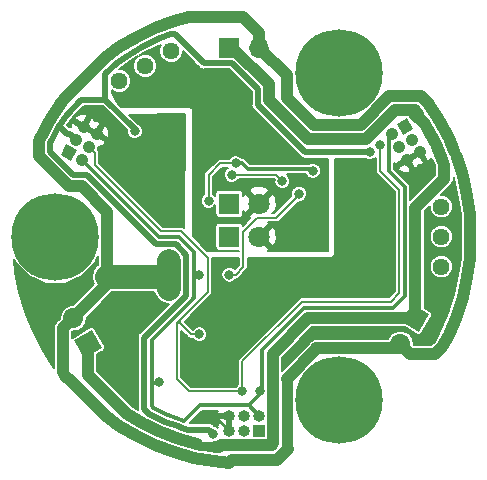
<source format=gtl>
G04 #@! TF.GenerationSoftware,KiCad,Pcbnew,(5.0.0)*
G04 #@! TF.CreationDate,2019-02-18T13:23:37-08:00*
G04 #@! TF.ProjectId,mlab100_Conn_PCB_1.6,6D6C61623130305F436F6E6E5F504342,rev?*
G04 #@! TF.SameCoordinates,Original*
G04 #@! TF.FileFunction,Copper,L1,Top,Signal*
G04 #@! TF.FilePolarity,Positive*
%FSLAX46Y46*%
G04 Gerber Fmt 4.6, Leading zero omitted, Abs format (unit mm)*
G04 Created by KiCad (PCBNEW (5.0.0)) date 02/18/19 13:23:37*
%MOMM*%
%LPD*%
G01*
G04 APERTURE LIST*
G04 #@! TA.AperFunction,ComponentPad*
%ADD10C,1.000000*%
G04 #@! TD*
G04 #@! TA.AperFunction,Conductor*
%ADD11C,1.000000*%
G04 #@! TD*
G04 #@! TA.AperFunction,Conductor*
%ADD12C,0.100000*%
G04 #@! TD*
G04 #@! TA.AperFunction,ComponentPad*
%ADD13C,1.440000*%
G04 #@! TD*
G04 #@! TA.AperFunction,ComponentPad*
%ADD14C,1.800000*%
G04 #@! TD*
G04 #@! TA.AperFunction,ComponentPad*
%ADD15R,1.800000X1.800000*%
G04 #@! TD*
G04 #@! TA.AperFunction,ComponentPad*
%ADD16O,1.000000X1.000000*%
G04 #@! TD*
G04 #@! TA.AperFunction,ComponentPad*
%ADD17R,1.000000X1.000000*%
G04 #@! TD*
G04 #@! TA.AperFunction,ComponentPad*
%ADD18C,1.700000*%
G04 #@! TD*
G04 #@! TA.AperFunction,Conductor*
%ADD19C,1.700000*%
G04 #@! TD*
G04 #@! TA.AperFunction,ComponentPad*
%ADD20R,1.700000X1.700000*%
G04 #@! TD*
G04 #@! TA.AperFunction,ComponentPad*
%ADD21O,1.700000X1.700000*%
G04 #@! TD*
G04 #@! TA.AperFunction,ComponentPad*
%ADD22C,7.400000*%
G04 #@! TD*
G04 #@! TA.AperFunction,ViaPad*
%ADD23C,0.800000*%
G04 #@! TD*
G04 #@! TA.AperFunction,Conductor*
%ADD24C,0.350000*%
G04 #@! TD*
G04 #@! TA.AperFunction,Conductor*
%ADD25C,0.200000*%
G04 #@! TD*
G04 #@! TA.AperFunction,Conductor*
%ADD26C,0.750000*%
G04 #@! TD*
G04 #@! TA.AperFunction,Conductor*
%ADD27C,2.000000*%
G04 #@! TD*
G04 #@! TA.AperFunction,Conductor*
%ADD28C,0.900000*%
G04 #@! TD*
G04 #@! TA.AperFunction,Conductor*
%ADD29C,0.500000*%
G04 #@! TD*
G04 #@! TA.AperFunction,Conductor*
%ADD30C,0.250000*%
G04 #@! TD*
G04 #@! TA.AperFunction,Conductor*
%ADD31C,0.150000*%
G04 #@! TD*
G04 APERTURE END LIST*
D10*
G04 #@! TO.P,J10,6*
G04 #@! TO.N,GND_O*
X33870148Y-14244705D03*
D11*
G04 #@! TD*
G04 #@! TO.N,GND_O*
G04 #@! TO.C,J10*
X33870148Y-14244705D02*
X33870148Y-14244705D01*
D10*
G04 #@! TO.P,J10,5*
G04 #@! TO.N,GND_O*
X34970000Y-13609705D03*
D11*
G04 #@! TD*
G04 #@! TO.N,GND_O*
G04 #@! TO.C,J10*
X34970000Y-13609705D02*
X34970000Y-13609705D01*
D10*
G04 #@! TO.P,J10,4*
G04 #@! TO.N,Temp1wDaisy*
X33235148Y-13144852D03*
D11*
G04 #@! TD*
G04 #@! TO.N,Temp1wDaisy*
G04 #@! TO.C,J10*
X33235148Y-13144852D02*
X33235148Y-13144852D01*
D10*
G04 #@! TO.P,J10,3*
G04 #@! TO.N,LED470nm*
X34335000Y-12509852D03*
D11*
G04 #@! TD*
G04 #@! TO.N,LED470nm*
G04 #@! TO.C,J10*
X34335000Y-12509852D02*
X34335000Y-12509852D01*
D10*
G04 #@! TO.P,J10,2*
G04 #@! TO.N,3V3_O*
X32600148Y-12045000D03*
D11*
G04 #@! TD*
G04 #@! TO.N,3V3_O*
G04 #@! TO.C,J10*
X32600148Y-12045000D02*
X32600148Y-12045000D01*
D10*
G04 #@! TO.P,J10,1*
G04 #@! TO.N,12V_O*
X33700000Y-11410000D03*
D12*
G04 #@! TD*
G04 #@! TO.N,12V_O*
G04 #@! TO.C,J10*
G36*
X33883013Y-10726987D02*
X34383013Y-11593013D01*
X33516987Y-12093013D01*
X33016987Y-11226987D01*
X33883013Y-10726987D01*
X33883013Y-10726987D01*
G37*
D13*
G04 #@! TO.P,RV1,3*
G04 #@! TO.N,Net-(R10-Pad1)*
X36780000Y-23270000D03*
G04 #@! TO.P,RV1,2*
X36780000Y-20730000D03*
G04 #@! TO.P,RV1,1*
G04 #@! TO.N,/AnalogConnPCB/sheet5C67EBE6/Aout*
X36780000Y-18190000D03*
G04 #@! TD*
G04 #@! TO.P,RV2,1*
G04 #@! TO.N,/AnalogConnPCB/sheet5C67EBE6/Bout*
X9510000Y-7560000D03*
G04 #@! TO.P,RV2,2*
G04 #@! TO.N,Net-(R11-Pad1)*
X11709705Y-6290000D03*
G04 #@! TO.P,RV2,3*
X13909409Y-5020000D03*
G04 #@! TD*
D14*
G04 #@! TO.P,D13,2*
G04 #@! TO.N,GNDA*
X21370000Y-20730000D03*
D15*
G04 #@! TO.P,D13,1*
G04 #@! TO.N,/AnalogConnPCB/sheet5C67EBE6/A+*
X18830000Y-20730000D03*
G04 #@! TD*
D14*
G04 #@! TO.P,D14,2*
G04 #@! TO.N,GNDA*
X21370000Y-17936000D03*
D15*
G04 #@! TO.P,D14,1*
G04 #@! TO.N,/AnalogConnPCB/sheet5C67EBE6/B+*
X18830000Y-17936000D03*
G04 #@! TD*
D16*
G04 #@! TO.P,J8,6*
G04 #@! TO.N,GND_O*
X18830000Y-35890000D03*
G04 #@! TO.P,J8,5*
X18830000Y-37160000D03*
G04 #@! TO.P,J8,4*
G04 #@! TO.N,Temp1wDaisy*
X20100000Y-35890000D03*
G04 #@! TO.P,J8,3*
G04 #@! TO.N,LED470nm*
X20100000Y-37160000D03*
G04 #@! TO.P,J8,2*
G04 #@! TO.N,3V3_O*
X21370000Y-35890000D03*
D17*
G04 #@! TO.P,J8,1*
G04 #@! TO.N,12V_O*
X21370000Y-37160000D03*
G04 #@! TD*
D10*
G04 #@! TO.P,J9,1*
G04 #@! TO.N,12V_O*
X5230000Y-13610000D03*
D12*
G04 #@! TD*
G04 #@! TO.N,12V_O*
G04 #@! TO.C,J9*
G36*
X4546987Y-13793013D02*
X5046987Y-12926987D01*
X5913013Y-13426987D01*
X5413013Y-14293013D01*
X4546987Y-13793013D01*
X4546987Y-13793013D01*
G37*
D10*
G04 #@! TO.P,J9,2*
G04 #@! TO.N,3V3_O*
X6329852Y-14245000D03*
D11*
G04 #@! TD*
G04 #@! TO.N,3V3_O*
G04 #@! TO.C,J9*
X6329852Y-14245000D02*
X6329852Y-14245000D01*
D10*
G04 #@! TO.P,J9,3*
G04 #@! TO.N,LED470nm*
X5865000Y-12510148D03*
D11*
G04 #@! TD*
G04 #@! TO.N,LED470nm*
G04 #@! TO.C,J9*
X5865000Y-12510148D02*
X5865000Y-12510148D01*
D10*
G04 #@! TO.P,J9,4*
G04 #@! TO.N,Temp1wDaisy*
X6964852Y-13145148D03*
D11*
G04 #@! TD*
G04 #@! TO.N,Temp1wDaisy*
G04 #@! TO.C,J9*
X6964852Y-13145148D02*
X6964852Y-13145148D01*
D10*
G04 #@! TO.P,J9,5*
G04 #@! TO.N,GND_O*
X6500000Y-11410295D03*
D11*
G04 #@! TD*
G04 #@! TO.N,GND_O*
G04 #@! TO.C,J9*
X6500000Y-11410295D02*
X6500000Y-11410295D01*
D10*
G04 #@! TO.P,J9,6*
G04 #@! TO.N,GND_O*
X7599852Y-12045295D03*
D11*
G04 #@! TD*
G04 #@! TO.N,GND_O*
G04 #@! TO.C,J9*
X7599852Y-12045295D02*
X7599852Y-12045295D01*
D18*
G04 #@! TO.P,J11,2*
G04 #@! TO.N,12V_O*
X5610000Y-27630295D03*
D19*
G04 #@! TD*
G04 #@! TO.N,12V_O*
G04 #@! TO.C,J11*
X5610000Y-27630295D02*
X5610000Y-27630295D01*
D18*
G04 #@! TO.P,J11,1*
G04 #@! TO.N,Heater-*
X6880000Y-29830000D03*
D12*
G04 #@! TD*
G04 #@! TO.N,Heater-*
G04 #@! TO.C,J11*
G36*
X7191122Y-28668878D02*
X8041122Y-30141122D01*
X6568878Y-30991122D01*
X5718878Y-29518878D01*
X7191122Y-28668878D01*
X7191122Y-28668878D01*
G37*
D18*
G04 #@! TO.P,J12,2*
G04 #@! TO.N,12V_O*
X33320000Y-29829705D03*
D19*
G04 #@! TD*
G04 #@! TO.N,12V_O*
G04 #@! TO.C,J12*
X33320000Y-29829705D02*
X33320000Y-29829705D01*
D18*
G04 #@! TO.P,J12,1*
G04 #@! TO.N,Heater-*
X34590000Y-27630000D03*
D12*
G04 #@! TD*
G04 #@! TO.N,Heater-*
G04 #@! TO.C,J12*
G36*
X33428878Y-27941122D02*
X34278878Y-26468878D01*
X35751122Y-27318878D01*
X34901122Y-28791122D01*
X33428878Y-27941122D01*
X33428878Y-27941122D01*
G37*
D20*
G04 #@! TO.P,J13,1*
G04 #@! TO.N,Heater-*
X18830000Y-4730000D03*
D21*
G04 #@! TO.P,J13,2*
G04 #@! TO.N,12V_O*
X21370000Y-4730000D03*
G04 #@! TD*
D22*
G04 #@! TO.P,MH8,1*
G04 #@! TO.N,N/C*
X28100000Y-34590000D03*
G04 #@! TD*
G04 #@! TO.P,MH9,1*
G04 #@! TO.N,N/C*
X4100000Y-20730000D03*
G04 #@! TD*
G04 #@! TO.P,MH10,1*
G04 #@! TO.N,N/C*
X28100000Y-6870000D03*
G04 #@! TD*
D23*
G04 #@! TO.N,GND_O*
X16970000Y-32990000D03*
G04 #@! TO.N,GNDA*
X15300000Y-6230000D03*
X10700000Y-9230000D03*
X17920000Y-16210000D03*
X25110000Y-19890000D03*
X16840000Y-21180000D03*
X19950000Y-11360000D03*
X16690000Y-12290000D03*
X25100000Y-18670000D03*
X19610000Y-9810000D03*
X19730815Y-8132912D03*
X23310000Y-12920000D03*
X25626073Y-16131762D03*
X16890000Y-19450000D03*
G04 #@! TO.N,+3.3VA*
X19360000Y-14530000D03*
X25900000Y-15170000D03*
X17080000Y-17710000D03*
G04 #@! TO.N,12V_O*
X13700000Y-25130000D03*
X13700000Y-22830000D03*
X13750000Y-23955000D03*
X8500001Y-24740294D03*
X33690000Y-8820000D03*
X2699999Y-13925955D03*
X23610000Y-38877072D03*
X12000000Y-38117273D03*
G04 #@! TO.N,GND_O*
X12490000Y-26660000D03*
X18950000Y-26480000D03*
X14200000Y-17600000D03*
X8480000Y-14350000D03*
X30750000Y-18070000D03*
X32230000Y-19270000D03*
X29550000Y-19310000D03*
X28400000Y-14690000D03*
X8190000Y-27500000D03*
X6630000Y-24680000D03*
X3570000Y-29560000D03*
X2370000Y-25870000D03*
X13180000Y-19070000D03*
X11710000Y-17550000D03*
X35880000Y-29140000D03*
X35760000Y-19420000D03*
X34770000Y-16070000D03*
X35880000Y-15330000D03*
X28200000Y-28850000D03*
X10307544Y-33089836D03*
X24872925Y-29834710D03*
X23820000Y-26360000D03*
X25190000Y-22880000D03*
X17020000Y-36030000D03*
X15100000Y-30100000D03*
X18490000Y-31520000D03*
G04 #@! TO.N,/AnalogConnPCB/3V3ACtrl*
X18830000Y-23955000D03*
X24738000Y-17104000D03*
G04 #@! TO.N,Temp1wDaisy*
X19940000Y-33810000D03*
X31585137Y-12940000D03*
X16290000Y-29005000D03*
G04 #@! TO.N,3V3_O*
X16290000Y-23955000D03*
X21440000Y-33810000D03*
X12850000Y-33000000D03*
G04 #@! TO.N,LED470nm*
X10825000Y-11805000D03*
X30732995Y-13603334D03*
X17434217Y-37450011D03*
G04 #@! TO.N,/AnalogConnPCB/SPI_CS_ADC*
X23330000Y-16040000D03*
X19039024Y-15505054D03*
G04 #@! TD*
D24*
G04 #@! TO.N,+3.3VA*
X19925685Y-14530000D02*
X20405685Y-15010000D01*
X19360000Y-14530000D02*
X19925685Y-14530000D01*
X25740000Y-15010000D02*
X25900000Y-15170000D01*
X20405685Y-15010000D02*
X25740000Y-15010000D01*
D25*
X18060000Y-14530000D02*
X19360000Y-14530000D01*
X17080000Y-17710000D02*
X17080000Y-15510000D01*
X17080000Y-15510000D02*
X18060000Y-14530000D01*
D11*
G04 #@! TO.N,Heater-*
X34815238Y-10385238D02*
X34456977Y-10026977D01*
X34496977Y-10026977D02*
X34737559Y-10267559D01*
X34456977Y-10026977D02*
X34496977Y-10026977D01*
X34526977Y-10026977D02*
X34679299Y-10179299D01*
X34496977Y-10026977D02*
X34526977Y-10026977D01*
X36950329Y-14405986D02*
X37040000Y-14681965D01*
X34496977Y-10026977D02*
X34496977Y-10350987D01*
X34496977Y-10350987D02*
X35366781Y-11220791D01*
X35366781Y-11220791D02*
X35550336Y-11498865D01*
X35550336Y-11498865D02*
X36315610Y-12920982D01*
X22190011Y-7844013D02*
X19075998Y-4730000D01*
X22190011Y-9169083D02*
X22190011Y-7844013D01*
X19075998Y-4730000D02*
X18830000Y-4730000D01*
X25490940Y-12470012D02*
X22190011Y-9169083D01*
X30437058Y-12470012D02*
X25490940Y-12470012D01*
X32880093Y-10026977D02*
X30437058Y-12470012D01*
X34456977Y-10026977D02*
X32880093Y-10026977D01*
X36315610Y-12920982D02*
X36950329Y-14405986D01*
X37040000Y-15828398D02*
X37040000Y-14681965D01*
X34590000Y-18278398D02*
X37040000Y-15828398D01*
X34590000Y-27630000D02*
X34590000Y-18278398D01*
X6880000Y-30911495D02*
X6880000Y-29830000D01*
X25521996Y-27630000D02*
X22499991Y-30652005D01*
X22499991Y-30652005D02*
X22499991Y-33257061D01*
X22499991Y-33257061D02*
X22570002Y-33327072D01*
X11571333Y-36578929D02*
X10184975Y-35750619D01*
X34590000Y-27630000D02*
X25521996Y-27630000D01*
X16095059Y-38276713D02*
X14538333Y-37847084D01*
X22570002Y-33327072D02*
X22570002Y-38220000D01*
X13026345Y-37279626D02*
X11571333Y-36578929D01*
X6880000Y-32445644D02*
X6880000Y-30911495D01*
X10184975Y-35750619D02*
X6880000Y-32445644D01*
X22570002Y-38220000D02*
X22409990Y-38380012D01*
X14538333Y-37847084D02*
X13026345Y-37279626D01*
X17962218Y-38550012D02*
X17601079Y-38550012D01*
X18152229Y-38360001D02*
X17962218Y-38550012D01*
X22430001Y-38360001D02*
X18152229Y-38360001D01*
D26*
X16243060Y-38424714D02*
X17601079Y-38550012D01*
X16095059Y-38276713D02*
X16243060Y-38424714D01*
X17601079Y-38550012D02*
X17152110Y-38424714D01*
X17152110Y-38424714D02*
X17307396Y-38580000D01*
D11*
X22570002Y-38220000D02*
X22430001Y-38360001D01*
G04 #@! TO.N,12V_O*
X19972081Y-2130000D02*
X21370000Y-3527919D01*
X14167139Y-2470487D02*
X15400868Y-2130000D01*
X11002106Y-3823286D02*
X12554247Y-3075815D01*
X9523234Y-4706870D02*
X11002106Y-3823286D01*
X5610000Y-27630295D02*
X8500001Y-24740294D01*
X21370000Y-3527919D02*
X21370000Y-4730000D01*
X15400868Y-2130000D02*
X19972081Y-2130000D01*
X12554247Y-3075815D02*
X14167139Y-2470487D01*
X36848042Y-30081958D02*
X36400000Y-30530000D01*
X36250296Y-30679704D02*
X36848042Y-30081958D01*
X34169999Y-30679704D02*
X36250296Y-30679704D01*
X33320000Y-29829705D02*
X34169999Y-30679704D01*
X8500001Y-24740294D02*
X8500001Y-24130000D01*
D27*
X13700000Y-22830000D02*
X13700000Y-25130000D01*
D11*
X9522852Y-4707148D02*
X8425787Y-5504212D01*
X8425787Y-5504212D02*
X9523234Y-4706870D01*
X38607300Y-15622307D02*
X38990647Y-17301865D01*
X39200000Y-22612624D02*
X38990646Y-24158135D01*
X39200000Y-18847377D02*
X39200000Y-22612624D01*
X38074946Y-27476108D02*
X37397869Y-29060207D01*
X38990646Y-24158135D02*
X38607299Y-25837694D01*
X37397869Y-29060207D02*
X36848042Y-30081958D01*
X38074947Y-13983893D02*
X38607300Y-15622307D01*
X38607299Y-25837694D02*
X38074946Y-27476108D01*
X38990647Y-17301865D02*
X39200000Y-18847377D01*
X35040000Y-8820000D02*
X35504344Y-9284344D01*
X21370000Y-4730000D02*
X23699999Y-7059999D01*
X35504344Y-9284344D02*
X35632469Y-9445008D01*
X35632469Y-9445008D02*
X36581519Y-10882758D01*
X37857709Y-13475641D02*
X37860000Y-13481001D01*
X36581519Y-10882758D02*
X37397870Y-12399793D01*
X23699999Y-7059999D02*
X23699999Y-8982001D01*
X32390000Y-8820000D02*
X35040000Y-8820000D01*
X29939999Y-11270001D02*
X32390000Y-8820000D01*
X25987999Y-11270001D02*
X29939999Y-11270001D01*
X37397870Y-12399793D02*
X37857709Y-13475641D01*
X23699999Y-8982001D02*
X25987999Y-11270001D01*
X33320000Y-29829705D02*
X32959706Y-30189999D01*
X32959706Y-30189999D02*
X26197071Y-30189999D01*
X23610000Y-38877072D02*
X23770011Y-38717061D01*
X23610000Y-38900000D02*
X23610000Y-38877072D01*
X26197071Y-30189999D02*
X26197071Y-30262929D01*
X26197071Y-30262929D02*
X23700000Y-32760000D01*
D26*
X23700000Y-38810000D02*
X23610000Y-38900000D01*
D11*
X2874572Y-12265174D02*
X3618482Y-10882757D01*
X4567531Y-9445008D02*
X4892542Y-9037457D01*
X4892542Y-9037457D02*
X8425787Y-5504212D01*
X3618482Y-10882757D02*
X4567531Y-9445008D01*
X2802132Y-12399791D02*
X2874572Y-12265174D01*
X2699999Y-13925955D02*
X2699999Y-12638741D01*
X2699999Y-12638741D02*
X2802132Y-12399791D01*
D27*
X13750000Y-23955000D02*
X13575000Y-24130000D01*
X13575000Y-24130000D02*
X11075000Y-24130000D01*
X11075000Y-24130000D02*
X8500001Y-24130000D01*
D28*
X23700000Y-32760000D02*
X23720012Y-32780012D01*
X23720012Y-32780012D02*
X23720012Y-38789988D01*
X23720012Y-38789988D02*
X23700000Y-38810000D01*
D11*
X5244055Y-16470011D02*
X2699999Y-13925955D01*
X8500001Y-18617999D02*
X6352013Y-16470011D01*
X8500001Y-24130000D02*
X8500001Y-18617999D01*
X6352013Y-16470011D02*
X5244055Y-16470011D01*
X18792734Y-39869719D02*
X17522885Y-39755431D01*
X23610000Y-38900000D02*
X22880000Y-39630000D01*
X22880000Y-39630000D02*
X19032453Y-39630000D01*
X5460008Y-32990011D02*
X5442940Y-32990011D01*
X5442940Y-32990011D02*
X4959757Y-32506828D01*
X17522885Y-39755431D02*
X16308889Y-39535125D01*
X4959757Y-32506828D02*
X4739989Y-32231247D01*
X4739989Y-32231247D02*
X4739989Y-28500306D01*
X11002105Y-37636713D02*
X9523233Y-36753128D01*
X4760001Y-28480294D02*
X5610000Y-27630295D01*
X4739989Y-28500306D02*
X4760001Y-28480294D01*
X8425780Y-35955783D02*
X5460008Y-32990011D01*
X16308889Y-39535125D02*
X16308884Y-39535127D01*
X14167137Y-38989512D02*
X12554245Y-38384184D01*
X15827773Y-39447818D02*
X14167137Y-38989512D01*
X16308884Y-39535127D02*
X15827773Y-39447818D01*
X19032453Y-39630000D02*
X18792734Y-39869719D01*
X9523233Y-36753128D02*
X8425780Y-35955783D01*
X12554245Y-38384184D02*
X12000000Y-38117273D01*
X12000000Y-38117273D02*
X11002105Y-37636713D01*
D29*
G04 #@! TO.N,GND_O*
X28200000Y-28850000D02*
X25857635Y-28850000D01*
X25857635Y-28850000D02*
X25272924Y-29434711D01*
X25272924Y-29434711D02*
X24872925Y-29834710D01*
D30*
X17700000Y-36030000D02*
X17020000Y-36030000D01*
X18830000Y-37160000D02*
X17700000Y-36030000D01*
D25*
G04 #@! TO.N,/AnalogConnPCB/3V3ACtrl*
X19360000Y-23955000D02*
X18830000Y-23955000D01*
X24738000Y-17204000D02*
X24738000Y-17104000D01*
X22805999Y-19136001D02*
X24738000Y-17204000D01*
X21193999Y-19136001D02*
X22805999Y-19136001D01*
X20030001Y-20299999D02*
X21193999Y-19136001D01*
X20030001Y-23284999D02*
X20030001Y-20299999D01*
X19360000Y-23955000D02*
X20030001Y-23284999D01*
G04 #@! TO.N,Temp1wDaisy*
X16250030Y-26186255D02*
X15605651Y-26830632D01*
X16250030Y-26179970D02*
X16250030Y-26186255D01*
X7464851Y-13645147D02*
X7464851Y-14659191D01*
X7464851Y-14659191D02*
X13085630Y-20279970D01*
X17020000Y-25410000D02*
X16250030Y-26179970D01*
X13085630Y-20279970D02*
X14756255Y-20279970D01*
X6964852Y-13145148D02*
X7464851Y-13645147D01*
X14756255Y-20279970D02*
X17020000Y-22543715D01*
X17020000Y-22543715D02*
X17020000Y-25410000D01*
X14635000Y-28050000D02*
X14386283Y-28050000D01*
X15590000Y-29005000D02*
X14635000Y-28050000D01*
X16290000Y-29005000D02*
X15590000Y-29005000D01*
X14635000Y-27801283D02*
X14706283Y-27730000D01*
X14635000Y-28050000D02*
X14635000Y-27801283D01*
X15605651Y-26830632D02*
X14706283Y-27730000D01*
X14706283Y-27730000D02*
X14386283Y-28050000D01*
X31585137Y-15135137D02*
X31585137Y-13505685D01*
X31585137Y-13505685D02*
X31585137Y-12940000D01*
X19940000Y-33810000D02*
X19940000Y-31302778D01*
X33230000Y-16780000D02*
X31585137Y-15135137D01*
X33230000Y-25530000D02*
X33230000Y-16780000D01*
X24982778Y-26260000D02*
X32500000Y-26260000D01*
X19940000Y-31302778D02*
X24982778Y-26260000D01*
X32500000Y-26260000D02*
X33230000Y-25530000D01*
X14386283Y-28050000D02*
X14386283Y-32764845D01*
X14386283Y-32764845D02*
X15431438Y-33810000D01*
X19490000Y-33810000D02*
X19940000Y-33810000D01*
X15431438Y-33810000D02*
X19490000Y-33810000D01*
D24*
G04 #@! TO.N,3V3_O*
X14559500Y-20754980D02*
X12888876Y-20754980D01*
X15825018Y-22020498D02*
X14559500Y-20754980D01*
X15825018Y-23955000D02*
X15825018Y-22020498D01*
X6829851Y-14744999D02*
X6329852Y-14245000D01*
X6878895Y-14744999D02*
X6829851Y-14744999D01*
X12888876Y-20754980D02*
X6878895Y-14744999D01*
X16290000Y-23955000D02*
X15825018Y-23955000D01*
X15025537Y-36347644D02*
X16358182Y-35014999D01*
X13645994Y-35829894D02*
X15025537Y-36347644D01*
X12388829Y-35224476D02*
X13645994Y-35829894D01*
X12270000Y-35105647D02*
X12388829Y-35224476D01*
X15825018Y-25914982D02*
X15775020Y-25964980D01*
X15825018Y-23955000D02*
X15825018Y-25914982D01*
X16358182Y-35014999D02*
X20494999Y-35014999D01*
X15775020Y-25964980D02*
X15775020Y-25989500D01*
X15775020Y-25989500D02*
X15408896Y-26355623D01*
X20494999Y-35014999D02*
X21370000Y-35890000D01*
X15408896Y-26355623D02*
X12270000Y-29494519D01*
X12270000Y-29494519D02*
X12270000Y-35105647D01*
X21620000Y-33889998D02*
X21620000Y-30294544D01*
X25174544Y-26740000D02*
X32720000Y-26740000D01*
X32720000Y-26740000D02*
X33710000Y-25750000D01*
X33710000Y-25750000D02*
X33710000Y-16560000D01*
X33710000Y-16560000D02*
X32360147Y-15210147D01*
X32360147Y-15210147D02*
X32360147Y-12285001D01*
X32360147Y-12285001D02*
X32600148Y-12045000D01*
X21620000Y-30294544D02*
X25174544Y-26740000D01*
X21440000Y-34069998D02*
X21210000Y-34299998D01*
X21440000Y-33810000D02*
X21440000Y-34069998D01*
X20494999Y-35014999D02*
X21210000Y-34299998D01*
X21210000Y-34299998D02*
X21620000Y-33889998D01*
D25*
X12450000Y-33210000D02*
X12270000Y-33390000D01*
X12450000Y-33000000D02*
X12450000Y-33210000D01*
X12450000Y-33000000D02*
X12850000Y-33000000D01*
D29*
G04 #@! TO.N,LED470nm*
X10825000Y-11655000D02*
X8339999Y-9169999D01*
X10825000Y-11805000D02*
X10825000Y-11655000D01*
X6310001Y-9169999D02*
X5066657Y-10413343D01*
X8339999Y-9169999D02*
X6310001Y-9169999D01*
X5066657Y-10413343D02*
X4434833Y-11370517D01*
X5074465Y-12010149D02*
X4434833Y-11370517D01*
X5365001Y-12010149D02*
X5074465Y-12010149D01*
X5865000Y-12510148D02*
X5365001Y-12010149D01*
X8339999Y-9169999D02*
X8339999Y-6998399D01*
X9281945Y-6056453D02*
X10047117Y-5500523D01*
X25263334Y-13603334D02*
X30167310Y-13603334D01*
X21240000Y-8237520D02*
X21240000Y-9580000D01*
X14221011Y-3600000D02*
X16671011Y-6050000D01*
X21240000Y-9580000D02*
X25263334Y-13603334D01*
X13861255Y-3600000D02*
X14221011Y-3600000D01*
X19052480Y-6050000D02*
X21240000Y-8237520D01*
X30167310Y-13603334D02*
X30732995Y-13603334D01*
X8339999Y-6998399D02*
X9281945Y-6056453D01*
X10047117Y-5500523D02*
X11452744Y-4660701D01*
X11452744Y-4660701D02*
X12928001Y-3950255D01*
X12928001Y-3950255D02*
X13861255Y-3600000D01*
X16671011Y-6050000D02*
X19052480Y-6050000D01*
X14832198Y-36942660D02*
X14470000Y-36806725D01*
X17550000Y-37470000D02*
X17150001Y-37070001D01*
X13400100Y-36405186D02*
X14470000Y-36806725D01*
X15293605Y-37070001D02*
X14832198Y-36942660D01*
X17150001Y-37070001D02*
X15293605Y-37070001D01*
X12021971Y-35741514D02*
X13400100Y-36405186D01*
X5637563Y-15520001D02*
X6745520Y-15520001D01*
X3658926Y-12812395D02*
X3650010Y-12833254D01*
X4434833Y-11370517D02*
X3658926Y-12812395D01*
X15150010Y-24605612D02*
X15150010Y-25730613D01*
X3650010Y-12833254D02*
X3650010Y-13532448D01*
X15150010Y-25730613D02*
X11599999Y-29280624D01*
X12629990Y-21379990D02*
X14300613Y-21379990D01*
X9474492Y-18224492D02*
X12629990Y-21379990D01*
X11599999Y-35319542D02*
X12021971Y-35741514D01*
X9450011Y-18224492D02*
X9474492Y-18224492D01*
X3650010Y-13532448D02*
X5637563Y-15520001D01*
X15200008Y-22279385D02*
X15200008Y-24555614D01*
X6745520Y-15520001D02*
X9450011Y-18224492D01*
X11599999Y-29280624D02*
X11599999Y-35319542D01*
X14300613Y-21379990D02*
X15200008Y-22279385D01*
X15200008Y-24555614D02*
X15150010Y-24605612D01*
D25*
G04 #@! TO.N,/AnalogConnPCB/SPI_CS_ADC*
X19604709Y-15505054D02*
X19039024Y-15505054D01*
X22795054Y-15505054D02*
X19604709Y-15505054D01*
X23330000Y-16040000D02*
X22795054Y-15505054D01*
G04 #@! TD*
D31*
G04 #@! TO.N,GNDA*
G36*
X12914409Y-4822082D02*
X12914409Y-5217918D01*
X13065889Y-5583622D01*
X13345787Y-5863520D01*
X13711491Y-6015000D01*
X14107327Y-6015000D01*
X14473031Y-5863520D01*
X14752929Y-5583622D01*
X14904409Y-5217918D01*
X14904409Y-5025859D01*
X15758181Y-5879632D01*
X15970568Y-6202798D01*
X15972207Y-6204811D01*
X15973807Y-6207199D01*
X15974094Y-6207624D01*
X16017978Y-6272169D01*
X16028971Y-6284964D01*
X16053889Y-6300308D01*
X16082782Y-6304948D01*
X16169990Y-6301711D01*
X16182789Y-6304240D01*
X16263216Y-6384667D01*
X16292507Y-6428504D01*
X16418752Y-6512858D01*
X16466166Y-6544539D01*
X16671010Y-6585285D01*
X16722716Y-6575000D01*
X18835019Y-6575000D01*
X20715000Y-8454982D01*
X20715001Y-9528289D01*
X20704715Y-9580000D01*
X20745461Y-9784844D01*
X20754577Y-9798487D01*
X20861497Y-9958504D01*
X20905334Y-9987795D01*
X24855541Y-13938004D01*
X24884830Y-13981838D01*
X24928664Y-14011127D01*
X25058489Y-14097873D01*
X25263334Y-14138619D01*
X25315040Y-14128334D01*
X27167476Y-14128334D01*
X27188047Y-21986551D01*
X22134561Y-21982243D01*
X22201224Y-21814368D01*
X21370000Y-20983144D01*
X21355858Y-20997287D01*
X21102714Y-20744143D01*
X21116856Y-20730000D01*
X21623144Y-20730000D01*
X22454368Y-21561224D01*
X22689888Y-21467699D01*
X22871723Y-20906445D01*
X22824934Y-20318329D01*
X22689888Y-19992301D01*
X22454368Y-19898776D01*
X21623144Y-20730000D01*
X21116856Y-20730000D01*
X21102714Y-20715858D01*
X21355858Y-20462714D01*
X21370000Y-20476856D01*
X22201224Y-19645632D01*
X22147762Y-19511001D01*
X22769073Y-19511001D01*
X22805999Y-19518346D01*
X22842925Y-19511001D01*
X22842930Y-19511001D01*
X22952316Y-19489243D01*
X23076358Y-19406360D01*
X23097279Y-19375050D01*
X24693330Y-17779000D01*
X24872266Y-17779000D01*
X25120357Y-17676237D01*
X25310237Y-17486357D01*
X25413000Y-17238266D01*
X25413000Y-16969734D01*
X25310237Y-16721643D01*
X25120357Y-16531763D01*
X24872266Y-16429000D01*
X24603734Y-16429000D01*
X24355643Y-16531763D01*
X24165763Y-16721643D01*
X24063000Y-16969734D01*
X24063000Y-17238266D01*
X24095337Y-17316333D01*
X22650670Y-18761001D01*
X22470039Y-18761001D01*
X22689888Y-18673699D01*
X22871723Y-18112445D01*
X22824934Y-17524329D01*
X22689888Y-17198301D01*
X22454368Y-17104776D01*
X21623144Y-17936000D01*
X21637287Y-17950143D01*
X21384143Y-18203287D01*
X21370000Y-18189144D01*
X20538776Y-19020368D01*
X20607141Y-19192529D01*
X20003632Y-19796039D01*
X19989044Y-19722701D01*
X19928264Y-19631736D01*
X19837299Y-19570956D01*
X19730000Y-19549613D01*
X17930000Y-19549613D01*
X17822701Y-19570956D01*
X17731736Y-19631736D01*
X17670956Y-19722701D01*
X17649613Y-19830000D01*
X17649613Y-21630000D01*
X17670956Y-21737299D01*
X17731736Y-21828264D01*
X17822701Y-21889044D01*
X17930000Y-21910387D01*
X19655001Y-21910387D01*
X19655001Y-21980129D01*
X16984468Y-21977853D01*
X15724264Y-20717649D01*
X15729291Y-17575734D01*
X16405000Y-17575734D01*
X16405000Y-17844266D01*
X16507763Y-18092357D01*
X16697643Y-18282237D01*
X16945734Y-18385000D01*
X17214266Y-18385000D01*
X17462357Y-18282237D01*
X17649613Y-18094981D01*
X17649613Y-18836000D01*
X17670956Y-18943299D01*
X17731736Y-19034264D01*
X17822701Y-19095044D01*
X17930000Y-19116387D01*
X19730000Y-19116387D01*
X19837299Y-19095044D01*
X19928264Y-19034264D01*
X19989044Y-18943299D01*
X20010387Y-18836000D01*
X20010387Y-18577795D01*
X20050112Y-18673699D01*
X20285632Y-18767224D01*
X21116856Y-17936000D01*
X20285632Y-17104776D01*
X20050112Y-17198301D01*
X20010387Y-17320917D01*
X20010387Y-17036000D01*
X19989044Y-16928701D01*
X19937549Y-16851632D01*
X20538776Y-16851632D01*
X21370000Y-17682856D01*
X22201224Y-16851632D01*
X22107699Y-16616112D01*
X21546445Y-16434277D01*
X20958329Y-16481066D01*
X20632301Y-16616112D01*
X20538776Y-16851632D01*
X19937549Y-16851632D01*
X19928264Y-16837736D01*
X19837299Y-16776956D01*
X19730000Y-16755613D01*
X17930000Y-16755613D01*
X17822701Y-16776956D01*
X17731736Y-16837736D01*
X17670956Y-16928701D01*
X17649613Y-17036000D01*
X17649613Y-17325019D01*
X17462357Y-17137763D01*
X17455000Y-17134716D01*
X17455000Y-15665329D01*
X18215330Y-14905000D01*
X18723823Y-14905000D01*
X18656667Y-14932817D01*
X18466787Y-15122697D01*
X18364024Y-15370788D01*
X18364024Y-15639320D01*
X18466787Y-15887411D01*
X18656667Y-16077291D01*
X18904758Y-16180054D01*
X19173290Y-16180054D01*
X19421381Y-16077291D01*
X19611261Y-15887411D01*
X19614308Y-15880054D01*
X22639725Y-15880054D01*
X22658047Y-15898377D01*
X22655000Y-15905734D01*
X22655000Y-16174266D01*
X22757763Y-16422357D01*
X22947643Y-16612237D01*
X23195734Y-16715000D01*
X23464266Y-16715000D01*
X23712357Y-16612237D01*
X23902237Y-16422357D01*
X24005000Y-16174266D01*
X24005000Y-15905734D01*
X23902237Y-15657643D01*
X23712357Y-15467763D01*
X23693616Y-15460000D01*
X25289507Y-15460000D01*
X25327763Y-15552357D01*
X25517643Y-15742237D01*
X25765734Y-15845000D01*
X26034266Y-15845000D01*
X26282357Y-15742237D01*
X26472237Y-15552357D01*
X26575000Y-15304266D01*
X26575000Y-15035734D01*
X26472237Y-14787643D01*
X26282357Y-14597763D01*
X26034266Y-14495000D01*
X25765734Y-14495000D01*
X25608811Y-14560000D01*
X20592081Y-14560000D01*
X20275225Y-14243145D01*
X20250117Y-14205568D01*
X20101266Y-14106109D01*
X19970006Y-14080000D01*
X19970005Y-14080000D01*
X19925685Y-14071184D01*
X19881365Y-14080000D01*
X19864594Y-14080000D01*
X19742357Y-13957763D01*
X19494266Y-13855000D01*
X19225734Y-13855000D01*
X18977643Y-13957763D01*
X18787763Y-14147643D01*
X18784716Y-14155000D01*
X18096925Y-14155000D01*
X18059999Y-14147655D01*
X18023073Y-14155000D01*
X18023069Y-14155000D01*
X17913683Y-14176758D01*
X17913682Y-14176759D01*
X17913681Y-14176759D01*
X17855352Y-14215734D01*
X17789641Y-14259641D01*
X17768722Y-14290948D01*
X16840948Y-15218723D01*
X16809642Y-15239641D01*
X16788723Y-15270948D01*
X16788721Y-15270950D01*
X16726759Y-15363682D01*
X16697655Y-15510000D01*
X16705001Y-15546931D01*
X16705000Y-17134716D01*
X16697643Y-17137763D01*
X16507763Y-17327643D01*
X16405000Y-17575734D01*
X15729291Y-17575734D01*
X15741540Y-9920120D01*
X15735781Y-9891178D01*
X15719481Y-9866875D01*
X15718957Y-9866526D01*
X15716614Y-9863032D01*
X15692256Y-9846814D01*
X15663545Y-9841152D01*
X15588271Y-9841275D01*
X15585357Y-9826633D01*
X15569057Y-9802330D01*
X15568533Y-9801981D01*
X15566190Y-9798487D01*
X15541832Y-9782269D01*
X15513121Y-9776607D01*
X9698600Y-9786139D01*
X9389213Y-9476751D01*
X8864999Y-8577214D01*
X8864999Y-8322141D01*
X8946378Y-8403520D01*
X9312082Y-8555000D01*
X9707918Y-8555000D01*
X10073622Y-8403520D01*
X10353520Y-8123622D01*
X10505000Y-7757918D01*
X10505000Y-7362082D01*
X10353520Y-6996378D01*
X10073622Y-6716480D01*
X9707918Y-6565000D01*
X9515860Y-6565000D01*
X9623963Y-6456897D01*
X10336637Y-5939110D01*
X11123701Y-5468862D01*
X10866185Y-5726378D01*
X10714705Y-6092082D01*
X10714705Y-6487918D01*
X10866185Y-6853622D01*
X11146083Y-7133520D01*
X11511787Y-7285000D01*
X11907623Y-7285000D01*
X12273327Y-7133520D01*
X12553225Y-6853622D01*
X12704705Y-6487918D01*
X12704705Y-6092082D01*
X12553225Y-5726378D01*
X12273327Y-5446480D01*
X11907623Y-5295000D01*
X11511787Y-5295000D01*
X11195246Y-5426116D01*
X11701774Y-5123480D01*
X13060622Y-4469095D01*
X12914409Y-4822082D01*
X12914409Y-4822082D01*
G37*
X12914409Y-4822082D02*
X12914409Y-5217918D01*
X13065889Y-5583622D01*
X13345787Y-5863520D01*
X13711491Y-6015000D01*
X14107327Y-6015000D01*
X14473031Y-5863520D01*
X14752929Y-5583622D01*
X14904409Y-5217918D01*
X14904409Y-5025859D01*
X15758181Y-5879632D01*
X15970568Y-6202798D01*
X15972207Y-6204811D01*
X15973807Y-6207199D01*
X15974094Y-6207624D01*
X16017978Y-6272169D01*
X16028971Y-6284964D01*
X16053889Y-6300308D01*
X16082782Y-6304948D01*
X16169990Y-6301711D01*
X16182789Y-6304240D01*
X16263216Y-6384667D01*
X16292507Y-6428504D01*
X16418752Y-6512858D01*
X16466166Y-6544539D01*
X16671010Y-6585285D01*
X16722716Y-6575000D01*
X18835019Y-6575000D01*
X20715000Y-8454982D01*
X20715001Y-9528289D01*
X20704715Y-9580000D01*
X20745461Y-9784844D01*
X20754577Y-9798487D01*
X20861497Y-9958504D01*
X20905334Y-9987795D01*
X24855541Y-13938004D01*
X24884830Y-13981838D01*
X24928664Y-14011127D01*
X25058489Y-14097873D01*
X25263334Y-14138619D01*
X25315040Y-14128334D01*
X27167476Y-14128334D01*
X27188047Y-21986551D01*
X22134561Y-21982243D01*
X22201224Y-21814368D01*
X21370000Y-20983144D01*
X21355858Y-20997287D01*
X21102714Y-20744143D01*
X21116856Y-20730000D01*
X21623144Y-20730000D01*
X22454368Y-21561224D01*
X22689888Y-21467699D01*
X22871723Y-20906445D01*
X22824934Y-20318329D01*
X22689888Y-19992301D01*
X22454368Y-19898776D01*
X21623144Y-20730000D01*
X21116856Y-20730000D01*
X21102714Y-20715858D01*
X21355858Y-20462714D01*
X21370000Y-20476856D01*
X22201224Y-19645632D01*
X22147762Y-19511001D01*
X22769073Y-19511001D01*
X22805999Y-19518346D01*
X22842925Y-19511001D01*
X22842930Y-19511001D01*
X22952316Y-19489243D01*
X23076358Y-19406360D01*
X23097279Y-19375050D01*
X24693330Y-17779000D01*
X24872266Y-17779000D01*
X25120357Y-17676237D01*
X25310237Y-17486357D01*
X25413000Y-17238266D01*
X25413000Y-16969734D01*
X25310237Y-16721643D01*
X25120357Y-16531763D01*
X24872266Y-16429000D01*
X24603734Y-16429000D01*
X24355643Y-16531763D01*
X24165763Y-16721643D01*
X24063000Y-16969734D01*
X24063000Y-17238266D01*
X24095337Y-17316333D01*
X22650670Y-18761001D01*
X22470039Y-18761001D01*
X22689888Y-18673699D01*
X22871723Y-18112445D01*
X22824934Y-17524329D01*
X22689888Y-17198301D01*
X22454368Y-17104776D01*
X21623144Y-17936000D01*
X21637287Y-17950143D01*
X21384143Y-18203287D01*
X21370000Y-18189144D01*
X20538776Y-19020368D01*
X20607141Y-19192529D01*
X20003632Y-19796039D01*
X19989044Y-19722701D01*
X19928264Y-19631736D01*
X19837299Y-19570956D01*
X19730000Y-19549613D01*
X17930000Y-19549613D01*
X17822701Y-19570956D01*
X17731736Y-19631736D01*
X17670956Y-19722701D01*
X17649613Y-19830000D01*
X17649613Y-21630000D01*
X17670956Y-21737299D01*
X17731736Y-21828264D01*
X17822701Y-21889044D01*
X17930000Y-21910387D01*
X19655001Y-21910387D01*
X19655001Y-21980129D01*
X16984468Y-21977853D01*
X15724264Y-20717649D01*
X15729291Y-17575734D01*
X16405000Y-17575734D01*
X16405000Y-17844266D01*
X16507763Y-18092357D01*
X16697643Y-18282237D01*
X16945734Y-18385000D01*
X17214266Y-18385000D01*
X17462357Y-18282237D01*
X17649613Y-18094981D01*
X17649613Y-18836000D01*
X17670956Y-18943299D01*
X17731736Y-19034264D01*
X17822701Y-19095044D01*
X17930000Y-19116387D01*
X19730000Y-19116387D01*
X19837299Y-19095044D01*
X19928264Y-19034264D01*
X19989044Y-18943299D01*
X20010387Y-18836000D01*
X20010387Y-18577795D01*
X20050112Y-18673699D01*
X20285632Y-18767224D01*
X21116856Y-17936000D01*
X20285632Y-17104776D01*
X20050112Y-17198301D01*
X20010387Y-17320917D01*
X20010387Y-17036000D01*
X19989044Y-16928701D01*
X19937549Y-16851632D01*
X20538776Y-16851632D01*
X21370000Y-17682856D01*
X22201224Y-16851632D01*
X22107699Y-16616112D01*
X21546445Y-16434277D01*
X20958329Y-16481066D01*
X20632301Y-16616112D01*
X20538776Y-16851632D01*
X19937549Y-16851632D01*
X19928264Y-16837736D01*
X19837299Y-16776956D01*
X19730000Y-16755613D01*
X17930000Y-16755613D01*
X17822701Y-16776956D01*
X17731736Y-16837736D01*
X17670956Y-16928701D01*
X17649613Y-17036000D01*
X17649613Y-17325019D01*
X17462357Y-17137763D01*
X17455000Y-17134716D01*
X17455000Y-15665329D01*
X18215330Y-14905000D01*
X18723823Y-14905000D01*
X18656667Y-14932817D01*
X18466787Y-15122697D01*
X18364024Y-15370788D01*
X18364024Y-15639320D01*
X18466787Y-15887411D01*
X18656667Y-16077291D01*
X18904758Y-16180054D01*
X19173290Y-16180054D01*
X19421381Y-16077291D01*
X19611261Y-15887411D01*
X19614308Y-15880054D01*
X22639725Y-15880054D01*
X22658047Y-15898377D01*
X22655000Y-15905734D01*
X22655000Y-16174266D01*
X22757763Y-16422357D01*
X22947643Y-16612237D01*
X23195734Y-16715000D01*
X23464266Y-16715000D01*
X23712357Y-16612237D01*
X23902237Y-16422357D01*
X24005000Y-16174266D01*
X24005000Y-15905734D01*
X23902237Y-15657643D01*
X23712357Y-15467763D01*
X23693616Y-15460000D01*
X25289507Y-15460000D01*
X25327763Y-15552357D01*
X25517643Y-15742237D01*
X25765734Y-15845000D01*
X26034266Y-15845000D01*
X26282357Y-15742237D01*
X26472237Y-15552357D01*
X26575000Y-15304266D01*
X26575000Y-15035734D01*
X26472237Y-14787643D01*
X26282357Y-14597763D01*
X26034266Y-14495000D01*
X25765734Y-14495000D01*
X25608811Y-14560000D01*
X20592081Y-14560000D01*
X20275225Y-14243145D01*
X20250117Y-14205568D01*
X20101266Y-14106109D01*
X19970006Y-14080000D01*
X19970005Y-14080000D01*
X19925685Y-14071184D01*
X19881365Y-14080000D01*
X19864594Y-14080000D01*
X19742357Y-13957763D01*
X19494266Y-13855000D01*
X19225734Y-13855000D01*
X18977643Y-13957763D01*
X18787763Y-14147643D01*
X18784716Y-14155000D01*
X18096925Y-14155000D01*
X18059999Y-14147655D01*
X18023073Y-14155000D01*
X18023069Y-14155000D01*
X17913683Y-14176758D01*
X17913682Y-14176759D01*
X17913681Y-14176759D01*
X17855352Y-14215734D01*
X17789641Y-14259641D01*
X17768722Y-14290948D01*
X16840948Y-15218723D01*
X16809642Y-15239641D01*
X16788723Y-15270948D01*
X16788721Y-15270950D01*
X16726759Y-15363682D01*
X16697655Y-15510000D01*
X16705001Y-15546931D01*
X16705000Y-17134716D01*
X16697643Y-17137763D01*
X16507763Y-17327643D01*
X16405000Y-17575734D01*
X15729291Y-17575734D01*
X15741540Y-9920120D01*
X15735781Y-9891178D01*
X15719481Y-9866875D01*
X15718957Y-9866526D01*
X15716614Y-9863032D01*
X15692256Y-9846814D01*
X15663545Y-9841152D01*
X15588271Y-9841275D01*
X15585357Y-9826633D01*
X15569057Y-9802330D01*
X15568533Y-9801981D01*
X15566190Y-9798487D01*
X15541832Y-9782269D01*
X15513121Y-9776607D01*
X9698600Y-9786139D01*
X9389213Y-9476751D01*
X8864999Y-8577214D01*
X8864999Y-8322141D01*
X8946378Y-8403520D01*
X9312082Y-8555000D01*
X9707918Y-8555000D01*
X10073622Y-8403520D01*
X10353520Y-8123622D01*
X10505000Y-7757918D01*
X10505000Y-7362082D01*
X10353520Y-6996378D01*
X10073622Y-6716480D01*
X9707918Y-6565000D01*
X9515860Y-6565000D01*
X9623963Y-6456897D01*
X10336637Y-5939110D01*
X11123701Y-5468862D01*
X10866185Y-5726378D01*
X10714705Y-6092082D01*
X10714705Y-6487918D01*
X10866185Y-6853622D01*
X11146083Y-7133520D01*
X11511787Y-7285000D01*
X11907623Y-7285000D01*
X12273327Y-7133520D01*
X12553225Y-6853622D01*
X12704705Y-6487918D01*
X12704705Y-6092082D01*
X12553225Y-5726378D01*
X12273327Y-5446480D01*
X11907623Y-5295000D01*
X11511787Y-5295000D01*
X11195246Y-5426116D01*
X11701774Y-5123480D01*
X13060622Y-4469095D01*
X12914409Y-4822082D01*
G04 #@! TO.N,GND_O*
G36*
X17803028Y-35546112D02*
X17907626Y-35711000D01*
X18651000Y-35711000D01*
X18651000Y-35691000D01*
X19009000Y-35691000D01*
X19009000Y-35711000D01*
X19029000Y-35711000D01*
X19029000Y-36069000D01*
X19009000Y-36069000D01*
X19009000Y-36981000D01*
X19029000Y-36981000D01*
X19029000Y-37339000D01*
X19009000Y-37339000D01*
X19009000Y-37359000D01*
X18651000Y-37359000D01*
X18651000Y-37339000D01*
X18631000Y-37339000D01*
X18631000Y-36981000D01*
X18651000Y-36981000D01*
X18651000Y-36069000D01*
X17907626Y-36069000D01*
X17803028Y-36233888D01*
X17969503Y-36525000D01*
X17803028Y-36816112D01*
X17886505Y-36947705D01*
X17816574Y-36877774D01*
X17617971Y-36795510D01*
X17557797Y-36735336D01*
X17528505Y-36691497D01*
X17354846Y-36575462D01*
X17201707Y-36545001D01*
X17150001Y-36534716D01*
X17098295Y-36545001D01*
X15464575Y-36545001D01*
X16544578Y-35464999D01*
X17849413Y-35464999D01*
X17803028Y-35546112D01*
X17803028Y-35546112D01*
G37*
X17803028Y-35546112D02*
X17907626Y-35711000D01*
X18651000Y-35711000D01*
X18651000Y-35691000D01*
X19009000Y-35691000D01*
X19009000Y-35711000D01*
X19029000Y-35711000D01*
X19029000Y-36069000D01*
X19009000Y-36069000D01*
X19009000Y-36981000D01*
X19029000Y-36981000D01*
X19029000Y-37339000D01*
X19009000Y-37339000D01*
X19009000Y-37359000D01*
X18651000Y-37359000D01*
X18651000Y-37339000D01*
X18631000Y-37339000D01*
X18631000Y-36981000D01*
X18651000Y-36981000D01*
X18651000Y-36069000D01*
X17907626Y-36069000D01*
X17803028Y-36233888D01*
X17969503Y-36525000D01*
X17803028Y-36816112D01*
X17886505Y-36947705D01*
X17816574Y-36877774D01*
X17617971Y-36795510D01*
X17557797Y-36735336D01*
X17528505Y-36691497D01*
X17354846Y-36575462D01*
X17201707Y-36545001D01*
X17150001Y-36534716D01*
X17098295Y-36545001D01*
X15464575Y-36545001D01*
X16544578Y-35464999D01*
X17849413Y-35464999D01*
X17803028Y-35546112D01*
G36*
X12498978Y-25627480D02*
X12780778Y-26049223D01*
X13202521Y-26331023D01*
X13700000Y-26429978D01*
X13710215Y-26427946D01*
X11265335Y-28872827D01*
X11221495Y-28902120D01*
X11109917Y-29069110D01*
X11105460Y-29075780D01*
X11064714Y-29280624D01*
X11074999Y-29332330D01*
X11075000Y-35267831D01*
X11064714Y-35319542D01*
X11076883Y-35380718D01*
X10665002Y-35134631D01*
X7655000Y-32124629D01*
X7655000Y-30687812D01*
X8181315Y-30383944D01*
X8263568Y-30311811D01*
X8311955Y-30213692D01*
X8319110Y-30104524D01*
X8283944Y-30000929D01*
X7433944Y-28528685D01*
X7361811Y-28446432D01*
X7263692Y-28398045D01*
X7154524Y-28390890D01*
X7050929Y-28426056D01*
X5578685Y-29276056D01*
X5514989Y-29331915D01*
X5514989Y-28821321D01*
X5581015Y-28755295D01*
X5720803Y-28755295D01*
X6048953Y-28690022D01*
X6421080Y-28441375D01*
X6669727Y-28069248D01*
X6757040Y-27630295D01*
X6748574Y-27587736D01*
X8931311Y-25405000D01*
X12454724Y-25405000D01*
X12498978Y-25627480D01*
X12498978Y-25627480D01*
G37*
X12498978Y-25627480D02*
X12780778Y-26049223D01*
X13202521Y-26331023D01*
X13700000Y-26429978D01*
X13710215Y-26427946D01*
X11265335Y-28872827D01*
X11221495Y-28902120D01*
X11109917Y-29069110D01*
X11105460Y-29075780D01*
X11064714Y-29280624D01*
X11074999Y-29332330D01*
X11075000Y-35267831D01*
X11064714Y-35319542D01*
X11076883Y-35380718D01*
X10665002Y-35134631D01*
X7655000Y-32124629D01*
X7655000Y-30687812D01*
X8181315Y-30383944D01*
X8263568Y-30311811D01*
X8311955Y-30213692D01*
X8319110Y-30104524D01*
X8283944Y-30000929D01*
X7433944Y-28528685D01*
X7361811Y-28446432D01*
X7263692Y-28398045D01*
X7154524Y-28390890D01*
X7050929Y-28426056D01*
X5578685Y-29276056D01*
X5514989Y-29331915D01*
X5514989Y-28821321D01*
X5581015Y-28755295D01*
X5720803Y-28755295D01*
X6048953Y-28690022D01*
X6421080Y-28441375D01*
X6669727Y-28069248D01*
X6757040Y-27630295D01*
X6748574Y-27587736D01*
X8931311Y-25405000D01*
X12454724Y-25405000D01*
X12498978Y-25627480D01*
G36*
X31210137Y-15098210D02*
X31202792Y-15135137D01*
X31210137Y-15172063D01*
X31210137Y-15172067D01*
X31231895Y-15281453D01*
X31231896Y-15281454D01*
X31231896Y-15281455D01*
X31254415Y-15315157D01*
X31314778Y-15405496D01*
X31346088Y-15426417D01*
X32855001Y-16935331D01*
X32855000Y-25374670D01*
X32344671Y-25885000D01*
X25019704Y-25885000D01*
X24982777Y-25877655D01*
X24945851Y-25885000D01*
X24945847Y-25885000D01*
X24836461Y-25906758D01*
X24836460Y-25906759D01*
X24836459Y-25906759D01*
X24743727Y-25968721D01*
X24743726Y-25968722D01*
X24712419Y-25989641D01*
X24691500Y-26020948D01*
X19700949Y-31011500D01*
X19669642Y-31032419D01*
X19648723Y-31063726D01*
X19648721Y-31063728D01*
X19586759Y-31156460D01*
X19557655Y-31302778D01*
X19565001Y-31339709D01*
X19565000Y-33234716D01*
X19557643Y-33237763D01*
X19367763Y-33427643D01*
X19364716Y-33435000D01*
X15586768Y-33435000D01*
X14761283Y-32609516D01*
X14761283Y-28706612D01*
X15298722Y-29244052D01*
X15319641Y-29275359D01*
X15350948Y-29296278D01*
X15350949Y-29296279D01*
X15443681Y-29358241D01*
X15443682Y-29358241D01*
X15443683Y-29358242D01*
X15553069Y-29380000D01*
X15553073Y-29380000D01*
X15590000Y-29387345D01*
X15626926Y-29380000D01*
X15714716Y-29380000D01*
X15717763Y-29387357D01*
X15907643Y-29577237D01*
X16155734Y-29680000D01*
X16424266Y-29680000D01*
X16672357Y-29577237D01*
X16862237Y-29387357D01*
X16965000Y-29139266D01*
X16965000Y-28870734D01*
X16862237Y-28622643D01*
X16672357Y-28432763D01*
X16424266Y-28330000D01*
X16155734Y-28330000D01*
X15907643Y-28432763D01*
X15727868Y-28612538D01*
X15040971Y-27925641D01*
X15896929Y-27069684D01*
X15896931Y-27069682D01*
X16489082Y-26477533D01*
X16520389Y-26456614D01*
X16541308Y-26425307D01*
X16553966Y-26406363D01*
X17259052Y-25701278D01*
X17290359Y-25680359D01*
X17316961Y-25640548D01*
X17373241Y-25556319D01*
X17373241Y-25556318D01*
X17373242Y-25556317D01*
X17395000Y-25446931D01*
X17395000Y-25446927D01*
X17402345Y-25410001D01*
X17395000Y-25373074D01*
X17395000Y-22580641D01*
X17402345Y-22543715D01*
X17395000Y-22506789D01*
X17395000Y-22506784D01*
X17393823Y-22500864D01*
X19655001Y-22508540D01*
X19655001Y-23129669D01*
X19307132Y-23477538D01*
X19212357Y-23382763D01*
X18964266Y-23280000D01*
X18695734Y-23280000D01*
X18447643Y-23382763D01*
X18257763Y-23572643D01*
X18155000Y-23820734D01*
X18155000Y-24089266D01*
X18257763Y-24337357D01*
X18447643Y-24527237D01*
X18695734Y-24630000D01*
X18964266Y-24630000D01*
X19212357Y-24527237D01*
X19402237Y-24337357D01*
X19406034Y-24328189D01*
X19506317Y-24308242D01*
X19630359Y-24225359D01*
X19651279Y-24194050D01*
X20269054Y-23576276D01*
X20300360Y-23555358D01*
X20334009Y-23505000D01*
X20383242Y-23431317D01*
X20383243Y-23431316D01*
X20405001Y-23321930D01*
X20405001Y-23321925D01*
X20412346Y-23284999D01*
X20405001Y-23248073D01*
X20405001Y-22511086D01*
X27449745Y-22535000D01*
X27470874Y-22532037D01*
X27496852Y-22518565D01*
X27746852Y-22318565D01*
X27769201Y-22288918D01*
X27775000Y-22260234D01*
X27800397Y-14128334D01*
X30303401Y-14128334D01*
X30350638Y-14175571D01*
X30598729Y-14278334D01*
X30867261Y-14278334D01*
X31115352Y-14175571D01*
X31210138Y-14080785D01*
X31210137Y-15098210D01*
X31210137Y-15098210D01*
G37*
X31210137Y-15098210D02*
X31202792Y-15135137D01*
X31210137Y-15172063D01*
X31210137Y-15172067D01*
X31231895Y-15281453D01*
X31231896Y-15281454D01*
X31231896Y-15281455D01*
X31254415Y-15315157D01*
X31314778Y-15405496D01*
X31346088Y-15426417D01*
X32855001Y-16935331D01*
X32855000Y-25374670D01*
X32344671Y-25885000D01*
X25019704Y-25885000D01*
X24982777Y-25877655D01*
X24945851Y-25885000D01*
X24945847Y-25885000D01*
X24836461Y-25906758D01*
X24836460Y-25906759D01*
X24836459Y-25906759D01*
X24743727Y-25968721D01*
X24743726Y-25968722D01*
X24712419Y-25989641D01*
X24691500Y-26020948D01*
X19700949Y-31011500D01*
X19669642Y-31032419D01*
X19648723Y-31063726D01*
X19648721Y-31063728D01*
X19586759Y-31156460D01*
X19557655Y-31302778D01*
X19565001Y-31339709D01*
X19565000Y-33234716D01*
X19557643Y-33237763D01*
X19367763Y-33427643D01*
X19364716Y-33435000D01*
X15586768Y-33435000D01*
X14761283Y-32609516D01*
X14761283Y-28706612D01*
X15298722Y-29244052D01*
X15319641Y-29275359D01*
X15350948Y-29296278D01*
X15350949Y-29296279D01*
X15443681Y-29358241D01*
X15443682Y-29358241D01*
X15443683Y-29358242D01*
X15553069Y-29380000D01*
X15553073Y-29380000D01*
X15590000Y-29387345D01*
X15626926Y-29380000D01*
X15714716Y-29380000D01*
X15717763Y-29387357D01*
X15907643Y-29577237D01*
X16155734Y-29680000D01*
X16424266Y-29680000D01*
X16672357Y-29577237D01*
X16862237Y-29387357D01*
X16965000Y-29139266D01*
X16965000Y-28870734D01*
X16862237Y-28622643D01*
X16672357Y-28432763D01*
X16424266Y-28330000D01*
X16155734Y-28330000D01*
X15907643Y-28432763D01*
X15727868Y-28612538D01*
X15040971Y-27925641D01*
X15896929Y-27069684D01*
X15896931Y-27069682D01*
X16489082Y-26477533D01*
X16520389Y-26456614D01*
X16541308Y-26425307D01*
X16553966Y-26406363D01*
X17259052Y-25701278D01*
X17290359Y-25680359D01*
X17316961Y-25640548D01*
X17373241Y-25556319D01*
X17373241Y-25556318D01*
X17373242Y-25556317D01*
X17395000Y-25446931D01*
X17395000Y-25446927D01*
X17402345Y-25410001D01*
X17395000Y-25373074D01*
X17395000Y-22580641D01*
X17402345Y-22543715D01*
X17395000Y-22506789D01*
X17395000Y-22506784D01*
X17393823Y-22500864D01*
X19655001Y-22508540D01*
X19655001Y-23129669D01*
X19307132Y-23477538D01*
X19212357Y-23382763D01*
X18964266Y-23280000D01*
X18695734Y-23280000D01*
X18447643Y-23382763D01*
X18257763Y-23572643D01*
X18155000Y-23820734D01*
X18155000Y-24089266D01*
X18257763Y-24337357D01*
X18447643Y-24527237D01*
X18695734Y-24630000D01*
X18964266Y-24630000D01*
X19212357Y-24527237D01*
X19402237Y-24337357D01*
X19406034Y-24328189D01*
X19506317Y-24308242D01*
X19630359Y-24225359D01*
X19651279Y-24194050D01*
X20269054Y-23576276D01*
X20300360Y-23555358D01*
X20334009Y-23505000D01*
X20383242Y-23431317D01*
X20383243Y-23431316D01*
X20405001Y-23321930D01*
X20405001Y-23321925D01*
X20412346Y-23284999D01*
X20405001Y-23248073D01*
X20405001Y-22511086D01*
X27449745Y-22535000D01*
X27470874Y-22532037D01*
X27496852Y-22518565D01*
X27746852Y-22318565D01*
X27769201Y-22288918D01*
X27775000Y-22260234D01*
X27800397Y-14128334D01*
X30303401Y-14128334D01*
X30350638Y-14175571D01*
X30598729Y-14278334D01*
X30867261Y-14278334D01*
X31115352Y-14175571D01*
X31210138Y-14080785D01*
X31210137Y-15098210D01*
G36*
X37859475Y-15828688D02*
X38227333Y-17440383D01*
X38425000Y-18899627D01*
X38425001Y-22560365D01*
X38227332Y-24019617D01*
X37859474Y-25631313D01*
X37348631Y-27203524D01*
X36698914Y-28723610D01*
X36219531Y-29614454D01*
X35929281Y-29904704D01*
X34491015Y-29904704D01*
X34458575Y-29872264D01*
X34467040Y-29829705D01*
X34379727Y-29390752D01*
X34131080Y-29018625D01*
X33758953Y-28769978D01*
X33430803Y-28704705D01*
X33209197Y-28704705D01*
X32881047Y-28769978D01*
X32508920Y-29018625D01*
X32260273Y-29390752D01*
X32255450Y-29414999D01*
X26273401Y-29414999D01*
X26197071Y-29399816D01*
X26120741Y-29414999D01*
X25894681Y-29459965D01*
X25638327Y-29631255D01*
X25467037Y-29887609D01*
X25464718Y-29899266D01*
X23274991Y-32088994D01*
X23274991Y-30973020D01*
X25843011Y-28405000D01*
X33671565Y-28405000D01*
X34760929Y-29033944D01*
X34864524Y-29069110D01*
X34973692Y-29061955D01*
X35071811Y-29013568D01*
X35143944Y-28931315D01*
X35993944Y-27459071D01*
X36029110Y-27355476D01*
X36021955Y-27246308D01*
X35973568Y-27148189D01*
X35891315Y-27076056D01*
X35365000Y-26772188D01*
X35365000Y-23072082D01*
X35785000Y-23072082D01*
X35785000Y-23467918D01*
X35936480Y-23833622D01*
X36216378Y-24113520D01*
X36582082Y-24265000D01*
X36977918Y-24265000D01*
X37343622Y-24113520D01*
X37623520Y-23833622D01*
X37775000Y-23467918D01*
X37775000Y-23072082D01*
X37623520Y-22706378D01*
X37343622Y-22426480D01*
X36977918Y-22275000D01*
X36582082Y-22275000D01*
X36216378Y-22426480D01*
X35936480Y-22706378D01*
X35785000Y-23072082D01*
X35365000Y-23072082D01*
X35365000Y-20532082D01*
X35785000Y-20532082D01*
X35785000Y-20927918D01*
X35936480Y-21293622D01*
X36216378Y-21573520D01*
X36582082Y-21725000D01*
X36977918Y-21725000D01*
X37343622Y-21573520D01*
X37623520Y-21293622D01*
X37775000Y-20927918D01*
X37775000Y-20532082D01*
X37623520Y-20166378D01*
X37343622Y-19886480D01*
X36977918Y-19735000D01*
X36582082Y-19735000D01*
X36216378Y-19886480D01*
X35936480Y-20166378D01*
X35785000Y-20532082D01*
X35365000Y-20532082D01*
X35365000Y-18599413D01*
X35785000Y-18179413D01*
X35785000Y-18387918D01*
X35936480Y-18753622D01*
X36216378Y-19033520D01*
X36582082Y-19185000D01*
X36977918Y-19185000D01*
X37343622Y-19033520D01*
X37623520Y-18753622D01*
X37775000Y-18387918D01*
X37775000Y-17992082D01*
X37623520Y-17626378D01*
X37343622Y-17346480D01*
X36977918Y-17195000D01*
X36769414Y-17195000D01*
X37534035Y-16430379D01*
X37598744Y-16387142D01*
X37770034Y-16130788D01*
X37815000Y-15904728D01*
X37815000Y-15904727D01*
X37830183Y-15828399D01*
X37815000Y-15752070D01*
X37815000Y-15691808D01*
X37859475Y-15828688D01*
X37859475Y-15828688D01*
G37*
X37859475Y-15828688D02*
X38227333Y-17440383D01*
X38425000Y-18899627D01*
X38425001Y-22560365D01*
X38227332Y-24019617D01*
X37859474Y-25631313D01*
X37348631Y-27203524D01*
X36698914Y-28723610D01*
X36219531Y-29614454D01*
X35929281Y-29904704D01*
X34491015Y-29904704D01*
X34458575Y-29872264D01*
X34467040Y-29829705D01*
X34379727Y-29390752D01*
X34131080Y-29018625D01*
X33758953Y-28769978D01*
X33430803Y-28704705D01*
X33209197Y-28704705D01*
X32881047Y-28769978D01*
X32508920Y-29018625D01*
X32260273Y-29390752D01*
X32255450Y-29414999D01*
X26273401Y-29414999D01*
X26197071Y-29399816D01*
X26120741Y-29414999D01*
X25894681Y-29459965D01*
X25638327Y-29631255D01*
X25467037Y-29887609D01*
X25464718Y-29899266D01*
X23274991Y-32088994D01*
X23274991Y-30973020D01*
X25843011Y-28405000D01*
X33671565Y-28405000D01*
X34760929Y-29033944D01*
X34864524Y-29069110D01*
X34973692Y-29061955D01*
X35071811Y-29013568D01*
X35143944Y-28931315D01*
X35993944Y-27459071D01*
X36029110Y-27355476D01*
X36021955Y-27246308D01*
X35973568Y-27148189D01*
X35891315Y-27076056D01*
X35365000Y-26772188D01*
X35365000Y-23072082D01*
X35785000Y-23072082D01*
X35785000Y-23467918D01*
X35936480Y-23833622D01*
X36216378Y-24113520D01*
X36582082Y-24265000D01*
X36977918Y-24265000D01*
X37343622Y-24113520D01*
X37623520Y-23833622D01*
X37775000Y-23467918D01*
X37775000Y-23072082D01*
X37623520Y-22706378D01*
X37343622Y-22426480D01*
X36977918Y-22275000D01*
X36582082Y-22275000D01*
X36216378Y-22426480D01*
X35936480Y-22706378D01*
X35785000Y-23072082D01*
X35365000Y-23072082D01*
X35365000Y-20532082D01*
X35785000Y-20532082D01*
X35785000Y-20927918D01*
X35936480Y-21293622D01*
X36216378Y-21573520D01*
X36582082Y-21725000D01*
X36977918Y-21725000D01*
X37343622Y-21573520D01*
X37623520Y-21293622D01*
X37775000Y-20927918D01*
X37775000Y-20532082D01*
X37623520Y-20166378D01*
X37343622Y-19886480D01*
X36977918Y-19735000D01*
X36582082Y-19735000D01*
X36216378Y-19886480D01*
X35936480Y-20166378D01*
X35785000Y-20532082D01*
X35365000Y-20532082D01*
X35365000Y-18599413D01*
X35785000Y-18179413D01*
X35785000Y-18387918D01*
X35936480Y-18753622D01*
X36216378Y-19033520D01*
X36582082Y-19185000D01*
X36977918Y-19185000D01*
X37343622Y-19033520D01*
X37623520Y-18753622D01*
X37775000Y-18387918D01*
X37775000Y-17992082D01*
X37623520Y-17626378D01*
X37343622Y-17346480D01*
X36977918Y-17195000D01*
X36769414Y-17195000D01*
X37534035Y-16430379D01*
X37598744Y-16387142D01*
X37770034Y-16130788D01*
X37815000Y-15904728D01*
X37815000Y-15904727D01*
X37830183Y-15828399D01*
X37815000Y-15752070D01*
X37815000Y-15691808D01*
X37859475Y-15828688D01*
G36*
X7725001Y-23114410D02*
X7580778Y-23210777D01*
X7298978Y-23632520D01*
X7200023Y-24130000D01*
X7298978Y-24627480D01*
X7386225Y-24758054D01*
X5638985Y-26505295D01*
X5499197Y-26505295D01*
X5171047Y-26570568D01*
X4798920Y-26819215D01*
X4550273Y-27191342D01*
X4462960Y-27630295D01*
X4471426Y-27672854D01*
X4245955Y-27898325D01*
X4181246Y-27941562D01*
X4138009Y-28006271D01*
X4138008Y-28006272D01*
X4009955Y-28197917D01*
X3949806Y-28500306D01*
X3964990Y-28576641D01*
X3964989Y-31890042D01*
X3868544Y-31760886D01*
X2952220Y-30274332D01*
X2171670Y-28712207D01*
X1533075Y-27086879D01*
X1041490Y-25411219D01*
X700807Y-23698494D01*
X586089Y-22633844D01*
X730158Y-22981657D01*
X1848343Y-24099842D01*
X3309323Y-24705000D01*
X4890677Y-24705000D01*
X6351657Y-24099842D01*
X7469842Y-22981657D01*
X7725001Y-22365648D01*
X7725001Y-23114410D01*
X7725001Y-23114410D01*
G37*
X7725001Y-23114410D02*
X7580778Y-23210777D01*
X7298978Y-23632520D01*
X7200023Y-24130000D01*
X7298978Y-24627480D01*
X7386225Y-24758054D01*
X5638985Y-26505295D01*
X5499197Y-26505295D01*
X5171047Y-26570568D01*
X4798920Y-26819215D01*
X4550273Y-27191342D01*
X4462960Y-27630295D01*
X4471426Y-27672854D01*
X4245955Y-27898325D01*
X4181246Y-27941562D01*
X4138009Y-28006271D01*
X4138008Y-28006272D01*
X4009955Y-28197917D01*
X3949806Y-28500306D01*
X3964990Y-28576641D01*
X3964989Y-31890042D01*
X3868544Y-31760886D01*
X2952220Y-30274332D01*
X2171670Y-28712207D01*
X1533075Y-27086879D01*
X1041490Y-25411219D01*
X700807Y-23698494D01*
X586089Y-22633844D01*
X730158Y-22981657D01*
X1848343Y-24099842D01*
X3309323Y-24705000D01*
X4890677Y-24705000D01*
X6351657Y-24099842D01*
X7469842Y-22981657D01*
X7725001Y-22365648D01*
X7725001Y-23114410D01*
G36*
X10150000Y-11722462D02*
X10150000Y-11939266D01*
X10252763Y-12187357D01*
X10442643Y-12377237D01*
X10690734Y-12480000D01*
X10959266Y-12480000D01*
X11207357Y-12377237D01*
X11397237Y-12187357D01*
X11500000Y-11939266D01*
X11500000Y-11670734D01*
X11397237Y-11422643D01*
X11207357Y-11232763D01*
X11101291Y-11188829D01*
X10330891Y-10418429D01*
X15057885Y-10386544D01*
X15034038Y-20020721D01*
X15026614Y-20009611D01*
X14902572Y-19926728D01*
X14793186Y-19904970D01*
X14793181Y-19904970D01*
X14756255Y-19897625D01*
X14719329Y-19904970D01*
X13240960Y-19904970D01*
X7839851Y-14503862D01*
X7839851Y-13682072D01*
X7847196Y-13645146D01*
X7839851Y-13608220D01*
X7839851Y-13608216D01*
X7818093Y-13498830D01*
X7800255Y-13472133D01*
X7756129Y-13406095D01*
X7735210Y-13374788D01*
X7712390Y-13359540D01*
X7755035Y-13145148D01*
X7747670Y-13108123D01*
X7806751Y-13108367D01*
X8197822Y-12948269D01*
X8317277Y-12856585D01*
X8307094Y-12660313D01*
X7665371Y-12289814D01*
X7655371Y-12307134D01*
X7345333Y-12128134D01*
X7355333Y-12110814D01*
X7207242Y-12025314D01*
X7207242Y-12025313D01*
X7128370Y-11979776D01*
X7844371Y-11979776D01*
X8486094Y-12350275D01*
X8661162Y-12260958D01*
X8680835Y-12111665D01*
X8623949Y-11692939D01*
X8411154Y-11327855D01*
X8216058Y-11335996D01*
X7844371Y-11979776D01*
X7128370Y-11979776D01*
X6565519Y-11654814D01*
X6555519Y-11672134D01*
X6245481Y-11493134D01*
X6255481Y-11475814D01*
X6028517Y-11344776D01*
X6744519Y-11344776D01*
X6892610Y-11430276D01*
X6892610Y-11430277D01*
X7534333Y-11800776D01*
X7906020Y-11156996D01*
X7815522Y-10983967D01*
X7480175Y-10982583D01*
X7311302Y-10692855D01*
X7116206Y-10700996D01*
X6744519Y-11344776D01*
X6028517Y-11344776D01*
X5613758Y-11105315D01*
X5438690Y-11194632D01*
X5419017Y-11343925D01*
X5438800Y-11489544D01*
X5416707Y-11485149D01*
X5365001Y-11474864D01*
X5313295Y-11485149D01*
X5291927Y-11485149D01*
X5108986Y-11302209D01*
X5475502Y-10746959D01*
X5623456Y-10599005D01*
X5782575Y-10599005D01*
X5792758Y-10795277D01*
X6434481Y-11165776D01*
X6806168Y-10521996D01*
X6715670Y-10348967D01*
X6293101Y-10347223D01*
X5902030Y-10507321D01*
X5782575Y-10599005D01*
X5623456Y-10599005D01*
X6527463Y-9694999D01*
X8122538Y-9694999D01*
X10150000Y-11722462D01*
X10150000Y-11722462D01*
G37*
X10150000Y-11722462D02*
X10150000Y-11939266D01*
X10252763Y-12187357D01*
X10442643Y-12377237D01*
X10690734Y-12480000D01*
X10959266Y-12480000D01*
X11207357Y-12377237D01*
X11397237Y-12187357D01*
X11500000Y-11939266D01*
X11500000Y-11670734D01*
X11397237Y-11422643D01*
X11207357Y-11232763D01*
X11101291Y-11188829D01*
X10330891Y-10418429D01*
X15057885Y-10386544D01*
X15034038Y-20020721D01*
X15026614Y-20009611D01*
X14902572Y-19926728D01*
X14793186Y-19904970D01*
X14793181Y-19904970D01*
X14756255Y-19897625D01*
X14719329Y-19904970D01*
X13240960Y-19904970D01*
X7839851Y-14503862D01*
X7839851Y-13682072D01*
X7847196Y-13645146D01*
X7839851Y-13608220D01*
X7839851Y-13608216D01*
X7818093Y-13498830D01*
X7800255Y-13472133D01*
X7756129Y-13406095D01*
X7735210Y-13374788D01*
X7712390Y-13359540D01*
X7755035Y-13145148D01*
X7747670Y-13108123D01*
X7806751Y-13108367D01*
X8197822Y-12948269D01*
X8317277Y-12856585D01*
X8307094Y-12660313D01*
X7665371Y-12289814D01*
X7655371Y-12307134D01*
X7345333Y-12128134D01*
X7355333Y-12110814D01*
X7207242Y-12025314D01*
X7207242Y-12025313D01*
X7128370Y-11979776D01*
X7844371Y-11979776D01*
X8486094Y-12350275D01*
X8661162Y-12260958D01*
X8680835Y-12111665D01*
X8623949Y-11692939D01*
X8411154Y-11327855D01*
X8216058Y-11335996D01*
X7844371Y-11979776D01*
X7128370Y-11979776D01*
X6565519Y-11654814D01*
X6555519Y-11672134D01*
X6245481Y-11493134D01*
X6255481Y-11475814D01*
X6028517Y-11344776D01*
X6744519Y-11344776D01*
X6892610Y-11430276D01*
X6892610Y-11430277D01*
X7534333Y-11800776D01*
X7906020Y-11156996D01*
X7815522Y-10983967D01*
X7480175Y-10982583D01*
X7311302Y-10692855D01*
X7116206Y-10700996D01*
X6744519Y-11344776D01*
X6028517Y-11344776D01*
X5613758Y-11105315D01*
X5438690Y-11194632D01*
X5419017Y-11343925D01*
X5438800Y-11489544D01*
X5416707Y-11485149D01*
X5365001Y-11474864D01*
X5313295Y-11485149D01*
X5291927Y-11485149D01*
X5108986Y-11302209D01*
X5475502Y-10746959D01*
X5623456Y-10599005D01*
X5782575Y-10599005D01*
X5792758Y-10795277D01*
X6434481Y-11165776D01*
X6806168Y-10521996D01*
X6715670Y-10348967D01*
X6293101Y-10347223D01*
X5902030Y-10507321D01*
X5782575Y-10599005D01*
X5623456Y-10599005D01*
X6527463Y-9694999D01*
X8122538Y-9694999D01*
X10150000Y-11722462D01*
G36*
X35035519Y-13365186D02*
X35052839Y-13355186D01*
X35231839Y-13665224D01*
X35214519Y-13675224D01*
X35586206Y-14319004D01*
X35781302Y-14327145D01*
X35950058Y-14037616D01*
X36224015Y-14678571D01*
X36265001Y-14804713D01*
X36265000Y-15507382D01*
X34160000Y-17612383D01*
X34160000Y-16604316D01*
X34168815Y-16559999D01*
X34160000Y-16515683D01*
X34160000Y-16515679D01*
X34133891Y-16384419D01*
X34034432Y-16235568D01*
X33996857Y-16210462D01*
X32842390Y-15055995D01*
X33152723Y-15055995D01*
X33272178Y-15147679D01*
X33663249Y-15307777D01*
X34085818Y-15306033D01*
X34176316Y-15133004D01*
X33804629Y-14489224D01*
X33162906Y-14859723D01*
X33152723Y-15055995D01*
X32842390Y-15055995D01*
X32810147Y-15023752D01*
X32810147Y-14461036D01*
X32983906Y-14549685D01*
X33398664Y-14310224D01*
X34114667Y-14310224D01*
X34486354Y-14954004D01*
X34681450Y-14962145D01*
X34850323Y-14672417D01*
X35185670Y-14671033D01*
X35276168Y-14498004D01*
X34904481Y-13854224D01*
X34262758Y-14224723D01*
X34262758Y-14224724D01*
X34114667Y-14310224D01*
X33398664Y-14310224D01*
X33625629Y-14179186D01*
X33615629Y-14161866D01*
X33925667Y-13982866D01*
X33935667Y-14000186D01*
X34577390Y-13629687D01*
X34577390Y-13629686D01*
X34725481Y-13544186D01*
X34715481Y-13526866D01*
X35025519Y-13347866D01*
X35035519Y-13365186D01*
X35035519Y-13365186D01*
G37*
X35035519Y-13365186D02*
X35052839Y-13355186D01*
X35231839Y-13665224D01*
X35214519Y-13675224D01*
X35586206Y-14319004D01*
X35781302Y-14327145D01*
X35950058Y-14037616D01*
X36224015Y-14678571D01*
X36265001Y-14804713D01*
X36265000Y-15507382D01*
X34160000Y-17612383D01*
X34160000Y-16604316D01*
X34168815Y-16559999D01*
X34160000Y-16515683D01*
X34160000Y-16515679D01*
X34133891Y-16384419D01*
X34034432Y-16235568D01*
X33996857Y-16210462D01*
X32842390Y-15055995D01*
X33152723Y-15055995D01*
X33272178Y-15147679D01*
X33663249Y-15307777D01*
X34085818Y-15306033D01*
X34176316Y-15133004D01*
X33804629Y-14489224D01*
X33162906Y-14859723D01*
X33152723Y-15055995D01*
X32842390Y-15055995D01*
X32810147Y-15023752D01*
X32810147Y-14461036D01*
X32983906Y-14549685D01*
X33398664Y-14310224D01*
X34114667Y-14310224D01*
X34486354Y-14954004D01*
X34681450Y-14962145D01*
X34850323Y-14672417D01*
X35185670Y-14671033D01*
X35276168Y-14498004D01*
X34904481Y-13854224D01*
X34262758Y-14224723D01*
X34262758Y-14224724D01*
X34114667Y-14310224D01*
X33398664Y-14310224D01*
X33625629Y-14179186D01*
X33615629Y-14161866D01*
X33925667Y-13982866D01*
X33935667Y-14000186D01*
X34577390Y-13629687D01*
X34577390Y-13629686D01*
X34725481Y-13544186D01*
X34715481Y-13526866D01*
X35025519Y-13347866D01*
X35035519Y-13365186D01*
G04 #@! TD*
M02*

</source>
